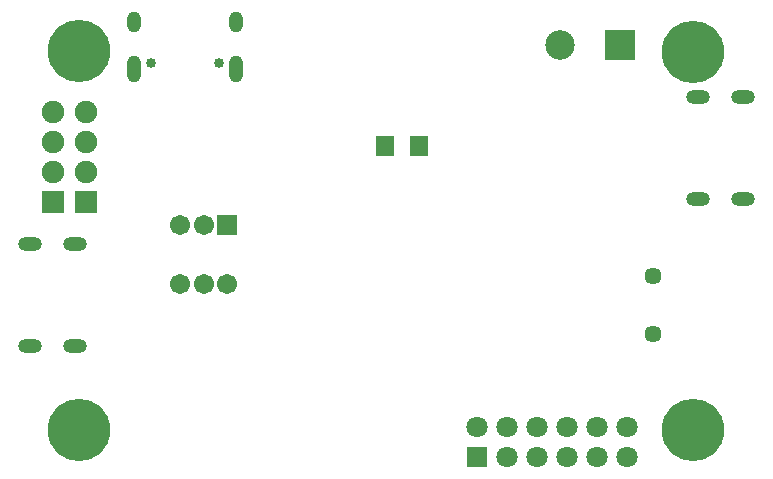
<source format=gbs>
G04*
G04 #@! TF.GenerationSoftware,Altium Limited,Altium Designer,22.2.1 (43)*
G04*
G04 Layer_Color=16711935*
%FSLAX25Y25*%
%MOIN*%
G70*
G04*
G04 #@! TF.SameCoordinates,8776665F-13AD-43F5-9AD3-E0C3E71DBBC6*
G04*
G04*
G04 #@! TF.FilePolarity,Negative*
G04*
G01*
G75*
%ADD83C,0.06706*%
%ADD84R,0.06706X0.06706*%
%ADD85O,0.07880X0.04730*%
%ADD86R,0.07493X0.07493*%
%ADD87C,0.07493*%
%ADD88R,0.07099X0.07099*%
%ADD89C,0.07099*%
%ADD90C,0.20800*%
%ADD91C,0.03359*%
%ADD92O,0.04737X0.07099*%
%ADD93O,0.04737X0.09068*%
%ADD94C,0.05721*%
%ADD95R,0.09855X0.09855*%
%ADD96C,0.09855*%
%ADD140R,0.06300X0.07000*%
D83*
X57400Y64657D02*
D03*
X65274D02*
D03*
X49526Y84342D02*
D03*
X57400D02*
D03*
X49526Y64657D02*
D03*
D84*
X65274Y84342D02*
D03*
D85*
X236980Y127010D02*
D03*
Y92990D02*
D03*
X222020Y127010D02*
D03*
Y92990D02*
D03*
X-480Y43990D02*
D03*
Y78010D02*
D03*
X14480Y43990D02*
D03*
Y78010D02*
D03*
D86*
X7000Y92000D02*
D03*
X18000D02*
D03*
D87*
X7000Y102000D02*
D03*
Y112000D02*
D03*
Y122000D02*
D03*
X18000Y102000D02*
D03*
Y112000D02*
D03*
Y122000D02*
D03*
D88*
X148500Y6900D02*
D03*
D89*
Y16900D02*
D03*
X158500Y6900D02*
D03*
Y16900D02*
D03*
X168500Y6900D02*
D03*
Y16900D02*
D03*
X178500Y6900D02*
D03*
Y16900D02*
D03*
X188500Y6900D02*
D03*
Y16900D02*
D03*
X198500Y6900D02*
D03*
Y16900D02*
D03*
D90*
X220472Y15748D02*
D03*
X15748Y142252D02*
D03*
X220472Y141732D02*
D03*
X15748Y15748D02*
D03*
D91*
X62378Y138142D02*
D03*
X39622D02*
D03*
D92*
X33972Y151921D02*
D03*
X68028D02*
D03*
D93*
X33972Y136173D02*
D03*
X68028D02*
D03*
D94*
X207000Y48000D02*
D03*
Y67291D02*
D03*
D95*
X196100Y144100D02*
D03*
D96*
X176100D02*
D03*
D140*
X129012Y110500D02*
D03*
X117791D02*
D03*
M02*

</source>
